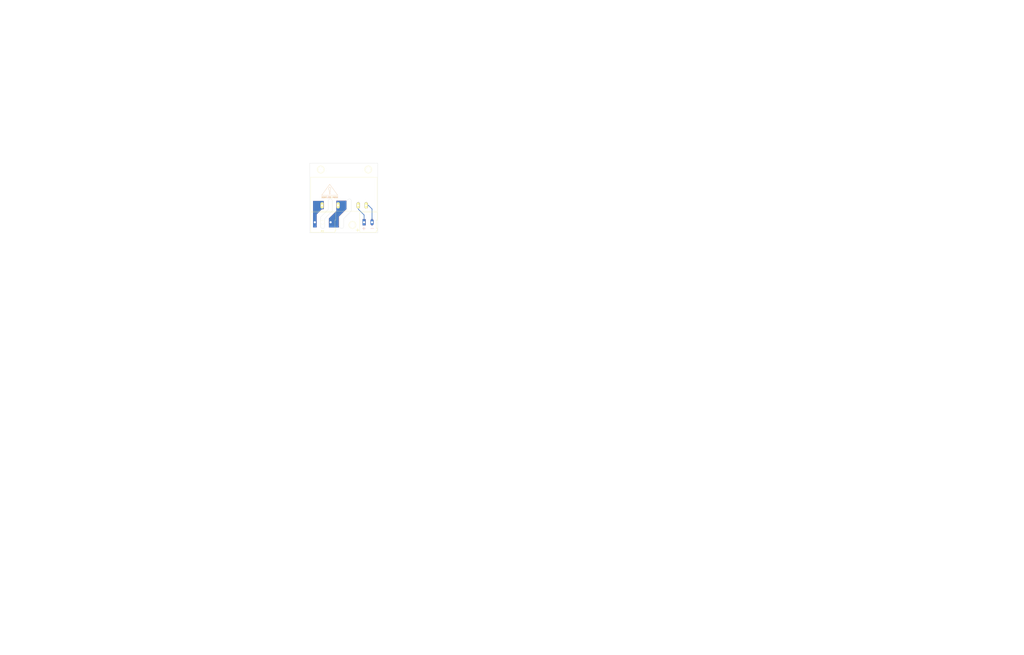
<source format=kicad_pcb>
(kicad_pcb (version 4) (host pcbnew 4.0.1-stable)

  (general
    (links 0)
    (no_connects 4)
    (area 195.949999 107.949999 239.050001 152.050001)
    (thickness 1.6)
    (drawings 33)
    (tracks 14)
    (zones 0)
    (modules 6)
    (nets 5)
  )

  (page User 659.003 430.403)
  (layers
    (0 Top signal)
    (31 Bottom signal)
    (34 B.Paste user)
    (35 F.Paste user)
    (36 B.SilkS user)
    (37 F.SilkS user)
    (38 B.Mask user)
    (39 F.Mask user)
    (40 Dwgs.User user)
    (41 Cmts.User user)
    (42 Eco1.User user)
    (43 Eco2.User user)
    (44 Edge.Cuts user)
    (45 Margin user)
  )

  (setup
    (last_trace_width 0.4064)
    (user_trace_width 0.2032)
    (user_trace_width 0.254)
    (user_trace_width 0.4064)
    (user_trace_width 0.6096)
    (user_trace_width 0.8128)
    (user_trace_width 1.016)
    (user_trace_width 1.2192)
    (user_trace_width 1.4224)
    (trace_clearance 0.1524)
    (zone_clearance 0.508)
    (zone_45_only no)
    (trace_min 0.1524)
    (segment_width 0.2)
    (edge_width 0.1)
    (via_size 0.6858)
    (via_drill 0.3302)
    (via_min_size 0.6858)
    (via_min_drill 0.3302)
    (user_via 0.8636 0.508)
    (user_via 0.9906 0.635)
    (user_via 1.1176 0.762)
    (user_via 1.2446 0.889)
    (user_via 1.3716 1.016)
    (user_via 1.4986 1.143)
    (user_via 1.6256 1.27)
    (user_via 1.7526 1.397)
    (uvia_size 0.762)
    (uvia_drill 0.508)
    (uvias_allowed no)
    (uvia_min_size 0)
    (uvia_min_drill 0)
    (pcb_text_width 0.3)
    (pcb_text_size 1.5 1.5)
    (mod_edge_width 0.15)
    (mod_text_size 1 1)
    (mod_text_width 0.15)
    (pad_size 3.2 3.2)
    (pad_drill 3.2)
    (pad_to_mask_clearance 0.2)
    (aux_axis_origin 0 0)
    (visible_elements 7FFFFFFF)
    (pcbplotparams
      (layerselection 0x00030_80000001)
      (usegerberextensions false)
      (excludeedgelayer true)
      (linewidth 0.100000)
      (plotframeref false)
      (viasonmask false)
      (mode 1)
      (useauxorigin false)
      (hpglpennumber 1)
      (hpglpenspeed 20)
      (hpglpendiameter 15)
      (hpglpenoverlay 2)
      (psnegative false)
      (psa4output false)
      (plotreference true)
      (plotvalue true)
      (plotinvisibletext false)
      (padsonsilk false)
      (subtractmaskfromsilk false)
      (outputformat 1)
      (mirror false)
      (drillshape 1)
      (scaleselection 1)
      (outputdirectory ""))
  )

  (net 0 "")
  (net 1 "Net-(P1-Pad1)")
  (net 2 "Net-(P1-Pad2)")
  (net 3 "Net-(P2-Pad1)")
  (net 4 "Net-(P2-Pad3)")

  (net_class Default "This is the default net class."
    (clearance 0.1524)
    (trace_width 0.1524)
    (via_dia 0.6858)
    (via_drill 0.3302)
    (uvia_dia 0.762)
    (uvia_drill 0.508)
    (add_net "Net-(P1-Pad1)")
    (add_net "Net-(P1-Pad2)")
    (add_net "Net-(P2-Pad1)")
    (add_net "Net-(P2-Pad3)")
  )

  (module Connect:AK300-3 (layer Top) (tedit 597A8F52) (tstamp 597A8C71)
    (at 199.216 145.288)
    (descr CONNECTOR)
    (tags CONNECTOR)
    (path /597A8B3C)
    (fp_text reference P2 (at 4.784 5.712) (layer F.SilkS)
      (effects (font (size 1 1) (thickness 0.15)))
    )
    (fp_text value CONN_01X03 (at 4.95 7.3) (layer F.Fab)
      (effects (font (size 1 1) (thickness 0.15)))
    )
    (fp_line (start -2.65 -6.3) (end -2.65 6.3) (layer F.SilkS) (width 0.12))
    (fp_line (start -2.65 6.3) (end 12.75 6.3) (layer F.SilkS) (width 0.12))
    (fp_line (start 12.75 6.3) (end 12.75 5.35) (layer F.SilkS) (width 0.12))
    (fp_line (start 12.75 5.35) (end 13.25 5.65) (layer F.SilkS) (width 0.12))
    (fp_line (start 13.25 5.65) (end 13.25 3.65) (layer F.SilkS) (width 0.12))
    (fp_line (start 13.25 3.65) (end 12.75 3.9) (layer F.SilkS) (width 0.12))
    (fp_line (start 12.75 3.9) (end 12.75 -1.5) (layer F.SilkS) (width 0.12))
    (fp_line (start 12.75 -1.5) (end 13.25 -1.25) (layer F.SilkS) (width 0.12))
    (fp_line (start 13.25 -1.25) (end 13.25 -6.3) (layer F.SilkS) (width 0.12))
    (fp_line (start 13.25 -6.3) (end -2.65 -6.3) (layer F.SilkS) (width 0.12))
    (fp_line (start 13.42 -6.47) (end -2.83 -6.47) (layer F.CrtYd) (width 0.05))
    (fp_line (start 13.42 6.47) (end 13.42 -6.47) (layer F.CrtYd) (width 0.05))
    (fp_line (start -2.83 6.47) (end 13.42 6.47) (layer F.CrtYd) (width 0.05))
    (fp_line (start -2.83 -6.47) (end -2.83 6.47) (layer F.CrtYd) (width 0.05))
    (fp_line (start 12.66 -0.65) (end -2.52 -0.65) (layer F.Fab) (width 0.1))
    (fp_line (start 8.02 3.99) (end 8.02 -0.26) (layer F.Fab) (width 0.1))
    (fp_line (start 12.09 6.21) (end 7.58 6.21) (layer F.Fab) (width 0.1))
    (fp_line (start 7.58 -3.19) (end 12.6 -3.19) (layer F.Fab) (width 0.1))
    (fp_line (start -2.58 -6.23) (end 12.66 -6.23) (layer F.Fab) (width 0.1))
    (fp_line (start 8.42 -0.26) (end 11.72 -0.26) (layer F.Fab) (width 0.1))
    (fp_line (start 8.04 -0.26) (end 8.42 -0.26) (layer F.Fab) (width 0.1))
    (fp_line (start 12.1 -0.26) (end 11.72 -0.26) (layer F.Fab) (width 0.1))
    (fp_line (start 8.57 -4.33) (end 11.62 -4.96) (layer F.Fab) (width 0.1))
    (fp_line (start 8.44 -4.46) (end 11.49 -5.09) (layer F.Fab) (width 0.1))
    (fp_line (start 12.1 -3.44) (end 8.04 -3.44) (layer F.Fab) (width 0.1))
    (fp_line (start 12.1 -5.98) (end 12.1 -3.44) (layer F.Fab) (width 0.1))
    (fp_line (start 8.04 -5.98) (end 12.1 -5.98) (layer F.Fab) (width 0.1))
    (fp_line (start 8.04 -3.44) (end 8.04 -5.98) (layer F.Fab) (width 0.1))
    (fp_line (start 12.66 -3.19) (end 12.66 -1.66) (layer F.Fab) (width 0.1))
    (fp_line (start 12.66 -0.65) (end 12.66 4.05) (layer F.Fab) (width 0.1))
    (fp_line (start 12.66 -1.66) (end 12.66 -0.65) (layer F.Fab) (width 0.1))
    (fp_line (start 11.72 0.5) (end 11.34 0.5) (layer F.Fab) (width 0.1))
    (fp_line (start 8.42 0.5) (end 8.8 0.5) (layer F.Fab) (width 0.1))
    (fp_line (start 8.42 3.67) (end 8.42 0.5) (layer F.Fab) (width 0.1))
    (fp_line (start 11.72 3.67) (end 8.42 3.67) (layer F.Fab) (width 0.1))
    (fp_line (start 11.72 3.67) (end 11.72 0.5) (layer F.Fab) (width 0.1))
    (fp_line (start 12.1 4.31) (end 12.1 6.21) (layer F.Fab) (width 0.1))
    (fp_line (start 8.04 4.31) (end 12.1 4.31) (layer F.Fab) (width 0.1))
    (fp_line (start 12.1 6.21) (end 12.66 6.21) (layer F.Fab) (width 0.1))
    (fp_line (start 12.1 -0.26) (end 12.1 4.31) (layer F.Fab) (width 0.1))
    (fp_line (start 8.04 6.21) (end 8.04 4.31) (layer F.Fab) (width 0.1))
    (fp_line (start 13.17 3.8) (end 13.17 5.45) (layer F.Fab) (width 0.1))
    (fp_line (start 12.66 4.05) (end 12.66 5.2) (layer F.Fab) (width 0.1))
    (fp_line (start 13.17 3.8) (end 12.66 4.05) (layer F.Fab) (width 0.1))
    (fp_line (start 12.66 5.2) (end 12.66 6.21) (layer F.Fab) (width 0.1))
    (fp_line (start 13.17 5.45) (end 12.66 5.2) (layer F.Fab) (width 0.1))
    (fp_line (start 13.17 -1.41) (end 12.66 -1.66) (layer F.Fab) (width 0.1))
    (fp_line (start 13.17 -6.23) (end 13.17 -1.41) (layer F.Fab) (width 0.1))
    (fp_line (start 12.66 -6.23) (end 13.17 -6.23) (layer F.Fab) (width 0.1))
    (fp_line (start 12.66 -6.23) (end 12.66 -3.19) (layer F.Fab) (width 0.1))
    (fp_line (start 8.8 2.53) (end 8.8 -0.26) (layer F.Fab) (width 0.1))
    (fp_line (start 8.8 -0.26) (end 11.34 -0.26) (layer F.Fab) (width 0.1))
    (fp_line (start 11.34 2.53) (end 11.34 -0.26) (layer F.Fab) (width 0.1))
    (fp_line (start 8.8 2.53) (end 11.34 2.53) (layer F.Fab) (width 0.1))
    (fp_line (start -1.28 2.53) (end 1.26 2.53) (layer F.Fab) (width 0.1))
    (fp_line (start 1.26 2.53) (end 1.26 -0.26) (layer F.Fab) (width 0.1))
    (fp_line (start -1.28 -0.26) (end 1.26 -0.26) (layer F.Fab) (width 0.1))
    (fp_line (start -1.28 2.53) (end -1.28 -0.26) (layer F.Fab) (width 0.1))
    (fp_line (start 3.72 2.53) (end 6.26 2.53) (layer F.Fab) (width 0.1))
    (fp_line (start 6.26 2.53) (end 6.26 -0.26) (layer F.Fab) (width 0.1))
    (fp_line (start 3.72 -0.26) (end 6.26 -0.26) (layer F.Fab) (width 0.1))
    (fp_line (start 3.72 2.53) (end 3.72 -0.26) (layer F.Fab) (width 0.1))
    (fp_line (start 8.02 5.2) (end 8.02 6.21) (layer F.Fab) (width 0.1))
    (fp_line (start 8.02 4.05) (end 8.02 5.2) (layer F.Fab) (width 0.1))
    (fp_line (start 2.96 6.21) (end 2.96 4.31) (layer F.Fab) (width 0.1))
    (fp_line (start 7.02 -0.26) (end 7.02 4.31) (layer F.Fab) (width 0.1))
    (fp_line (start 2.96 6.21) (end 7.02 6.21) (layer F.Fab) (width 0.1))
    (fp_line (start 7.02 6.21) (end 7.58 6.21) (layer F.Fab) (width 0.1))
    (fp_line (start 2.02 6.21) (end 2.02 4.31) (layer F.Fab) (width 0.1))
    (fp_line (start 2.02 6.21) (end 2.96 6.21) (layer F.Fab) (width 0.1))
    (fp_line (start -2.05 -0.26) (end -2.05 4.31) (layer F.Fab) (width 0.1))
    (fp_line (start -2.58 6.21) (end -2.05 6.21) (layer F.Fab) (width 0.1))
    (fp_line (start -2.05 6.21) (end 2.02 6.21) (layer F.Fab) (width 0.1))
    (fp_line (start 2.96 4.31) (end 7.02 4.31) (layer F.Fab) (width 0.1))
    (fp_line (start 2.96 4.31) (end 2.96 -0.26) (layer F.Fab) (width 0.1))
    (fp_line (start 7.02 4.31) (end 7.02 6.21) (layer F.Fab) (width 0.1))
    (fp_line (start 2.02 4.31) (end -2.05 4.31) (layer F.Fab) (width 0.1))
    (fp_line (start 2.02 4.31) (end 2.02 -0.26) (layer F.Fab) (width 0.1))
    (fp_line (start -2.05 4.31) (end -2.05 6.21) (layer F.Fab) (width 0.1))
    (fp_line (start 6.64 3.67) (end 6.64 0.5) (layer F.Fab) (width 0.1))
    (fp_line (start 6.64 3.67) (end 3.34 3.67) (layer F.Fab) (width 0.1))
    (fp_line (start 3.34 3.67) (end 3.34 0.5) (layer F.Fab) (width 0.1))
    (fp_line (start 1.64 3.67) (end 1.64 0.5) (layer F.Fab) (width 0.1))
    (fp_line (start 1.64 3.67) (end -1.67 3.67) (layer F.Fab) (width 0.1))
    (fp_line (start -1.67 3.67) (end -1.67 0.5) (layer F.Fab) (width 0.1))
    (fp_line (start -1.67 0.5) (end -1.28 0.5) (layer F.Fab) (width 0.1))
    (fp_line (start 1.64 0.5) (end 1.26 0.5) (layer F.Fab) (width 0.1))
    (fp_line (start 3.34 0.5) (end 3.72 0.5) (layer F.Fab) (width 0.1))
    (fp_line (start 6.64 0.5) (end 6.26 0.5) (layer F.Fab) (width 0.1))
    (fp_line (start -2.58 6.21) (end -2.58 -0.65) (layer F.Fab) (width 0.1))
    (fp_line (start -2.58 -0.65) (end -2.58 -3.19) (layer F.Fab) (width 0.1))
    (fp_line (start -2.58 -3.19) (end 7.58 -3.19) (layer F.Fab) (width 0.1))
    (fp_line (start -2.58 -3.19) (end -2.58 -6.23) (layer F.Fab) (width 0.1))
    (fp_line (start 2.96 -3.44) (end 2.96 -5.98) (layer F.Fab) (width 0.1))
    (fp_line (start 2.96 -5.98) (end 7.02 -5.98) (layer F.Fab) (width 0.1))
    (fp_line (start 7.02 -5.98) (end 7.02 -3.44) (layer F.Fab) (width 0.1))
    (fp_line (start 7.02 -3.44) (end 2.96 -3.44) (layer F.Fab) (width 0.1))
    (fp_line (start 2.02 -3.44) (end 2.02 -5.98) (layer F.Fab) (width 0.1))
    (fp_line (start 2.02 -3.44) (end -2.05 -3.44) (layer F.Fab) (width 0.1))
    (fp_line (start -2.05 -3.44) (end -2.05 -5.98) (layer F.Fab) (width 0.1))
    (fp_line (start 2.02 -5.98) (end -2.05 -5.98) (layer F.Fab) (width 0.1))
    (fp_line (start 3.36 -4.46) (end 6.41 -5.09) (layer F.Fab) (width 0.1))
    (fp_line (start 3.49 -4.33) (end 6.54 -4.96) (layer F.Fab) (width 0.1))
    (fp_line (start -1.64 -4.46) (end 1.41 -5.09) (layer F.Fab) (width 0.1))
    (fp_line (start -1.51 -4.33) (end 1.53 -4.96) (layer F.Fab) (width 0.1))
    (fp_line (start -2.05 -0.26) (end -1.67 -0.26) (layer F.Fab) (width 0.1))
    (fp_line (start 2.02 -0.26) (end 1.64 -0.26) (layer F.Fab) (width 0.1))
    (fp_line (start 1.64 -0.26) (end -1.67 -0.26) (layer F.Fab) (width 0.1))
    (fp_line (start 7.02 -0.26) (end 6.64 -0.26) (layer F.Fab) (width 0.1))
    (fp_line (start 2.96 -0.26) (end 3.34 -0.26) (layer F.Fab) (width 0.1))
    (fp_line (start 3.34 -0.26) (end 6.64 -0.26) (layer F.Fab) (width 0.1))
    (fp_arc (start 8.93 -4.66) (end 8.64 -4.14) (angle 104.2) (layer F.Fab) (width 0.1))
    (fp_arc (start 10.04 -3.72) (end 8.44 -5.01) (angle 100) (layer F.Fab) (width 0.1))
    (fp_arc (start 10.12 -6.08) (end 11.58 -4.13) (angle 75.5) (layer F.Fab) (width 0.1))
    (fp_arc (start 11.09 -4.6) (end 11.59 -5.06) (angle 90.5) (layer F.Fab) (width 0.1))
    (fp_arc (start 6.01 -4.6) (end 6.51 -5.06) (angle 90.5) (layer F.Fab) (width 0.1))
    (fp_arc (start 5.04 -6.08) (end 6.5 -4.13) (angle 75.5) (layer F.Fab) (width 0.1))
    (fp_arc (start 4.96 -3.72) (end 3.36 -5.01) (angle 100) (layer F.Fab) (width 0.1))
    (fp_arc (start 3.85 -4.66) (end 3.56 -4.14) (angle 104.2) (layer F.Fab) (width 0.1))
    (fp_arc (start 1 -4.6) (end 1.51 -5.06) (angle 90.5) (layer F.Fab) (width 0.1))
    (fp_arc (start 0.04 -6.08) (end 1.5 -4.13) (angle 75.5) (layer F.Fab) (width 0.1))
    (fp_arc (start -0.04 -3.72) (end -1.64 -5.01) (angle 100) (layer F.Fab) (width 0.1))
    (fp_arc (start -1.16 -4.66) (end -1.44 -4.14) (angle 104.2) (layer F.Fab) (width 0.1))
    (pad 1 thru_hole rect (at 0 0) (size 1.98 3.96) (drill 1.32) (layers *.Cu *.Mask F.Paste)
      (net 3 "Net-(P2-Pad1)"))
    (pad "" np_thru_hole circle (at 5 0) (size 2.54 2.54) (drill 2.54) (layers *.Cu *.Mask F.SilkS))
    (pad 3 thru_hole oval (at 10 0) (size 1.98 3.96) (drill 1.32) (layers *.Cu *.Mask F.Paste)
      (net 4 "Net-(P2-Pad3)"))
  )

  (module Connect:AK300-2 (layer Top) (tedit 597A9012) (tstamp 597A8B95)
    (at 230.378 145.288)
    (descr CONNECTOR)
    (tags CONNECTOR)
    (path /597A87EF)
    (fp_text reference P1 (at -3.683 -5.588) (layer F.SilkS) hide
      (effects (font (size 1 1) (thickness 0.15)))
    )
    (fp_text value CONN_01X02 (at 2.78 7.75) (layer F.Fab)
      (effects (font (size 1 1) (thickness 0.15)))
    )
    (fp_line (start -2.65 -6.3) (end -2.65 6.3) (layer F.SilkS) (width 0.12))
    (fp_line (start -2.65 6.3) (end 7.7 6.3) (layer F.SilkS) (width 0.12))
    (fp_line (start 7.7 6.3) (end 7.7 5.35) (layer F.SilkS) (width 0.12))
    (fp_line (start 7.7 5.35) (end 8.2 5.6) (layer F.SilkS) (width 0.12))
    (fp_line (start 8.2 5.6) (end 8.2 3.7) (layer F.SilkS) (width 0.12))
    (fp_line (start 8.2 3.7) (end 8.2 3.65) (layer F.SilkS) (width 0.12))
    (fp_line (start 8.2 3.65) (end 7.7 3.9) (layer F.SilkS) (width 0.12))
    (fp_line (start 7.7 3.9) (end 7.7 -1.5) (layer F.SilkS) (width 0.12))
    (fp_line (start 7.7 -1.5) (end 8.2 -1.2) (layer F.SilkS) (width 0.12))
    (fp_line (start 8.2 -1.2) (end 8.2 -6.3) (layer F.SilkS) (width 0.12))
    (fp_line (start 8.2 -6.3) (end -2.65 -6.3) (layer F.SilkS) (width 0.12))
    (fp_line (start 8.36 -6.47) (end -2.83 -6.47) (layer F.CrtYd) (width 0.05))
    (fp_line (start 8.36 6.47) (end 8.36 -6.47) (layer F.CrtYd) (width 0.05))
    (fp_line (start -2.83 6.47) (end 8.36 6.47) (layer F.CrtYd) (width 0.05))
    (fp_line (start -2.83 -6.47) (end -2.83 6.47) (layer F.CrtYd) (width 0.05))
    (fp_line (start -1.26 2.54) (end 1.28 2.54) (layer F.Fab) (width 0.1))
    (fp_line (start 1.28 2.54) (end 1.28 -0.25) (layer F.Fab) (width 0.1))
    (fp_line (start -1.26 -0.25) (end 1.28 -0.25) (layer F.Fab) (width 0.1))
    (fp_line (start -1.26 2.54) (end -1.26 -0.25) (layer F.Fab) (width 0.1))
    (fp_line (start 3.74 2.54) (end 6.28 2.54) (layer F.Fab) (width 0.1))
    (fp_line (start 6.28 2.54) (end 6.28 -0.25) (layer F.Fab) (width 0.1))
    (fp_line (start 3.74 -0.25) (end 6.28 -0.25) (layer F.Fab) (width 0.1))
    (fp_line (start 3.74 2.54) (end 3.74 -0.25) (layer F.Fab) (width 0.1))
    (fp_line (start 7.61 -6.22) (end 7.61 -3.17) (layer F.Fab) (width 0.1))
    (fp_line (start 7.61 -6.22) (end -2.58 -6.22) (layer F.Fab) (width 0.1))
    (fp_line (start 7.61 -6.22) (end 8.11 -6.22) (layer F.Fab) (width 0.1))
    (fp_line (start 8.11 -6.22) (end 8.11 -1.4) (layer F.Fab) (width 0.1))
    (fp_line (start 8.11 -1.4) (end 7.61 -1.65) (layer F.Fab) (width 0.1))
    (fp_line (start 8.11 5.46) (end 7.61 5.21) (layer F.Fab) (width 0.1))
    (fp_line (start 7.61 5.21) (end 7.61 6.22) (layer F.Fab) (width 0.1))
    (fp_line (start 8.11 3.81) (end 7.61 4.06) (layer F.Fab) (width 0.1))
    (fp_line (start 7.61 4.06) (end 7.61 5.21) (layer F.Fab) (width 0.1))
    (fp_line (start 8.11 3.81) (end 8.11 5.46) (layer F.Fab) (width 0.1))
    (fp_line (start 2.98 6.22) (end 2.98 4.32) (layer F.Fab) (width 0.1))
    (fp_line (start 7.05 -0.25) (end 7.05 4.32) (layer F.Fab) (width 0.1))
    (fp_line (start 2.98 6.22) (end 7.05 6.22) (layer F.Fab) (width 0.1))
    (fp_line (start 7.05 6.22) (end 7.61 6.22) (layer F.Fab) (width 0.1))
    (fp_line (start 2.04 6.22) (end 2.04 4.32) (layer F.Fab) (width 0.1))
    (fp_line (start 2.04 6.22) (end 2.98 6.22) (layer F.Fab) (width 0.1))
    (fp_line (start -2.02 -0.25) (end -2.02 4.32) (layer F.Fab) (width 0.1))
    (fp_line (start -2.58 6.22) (end -2.02 6.22) (layer F.Fab) (width 0.1))
    (fp_line (start -2.02 6.22) (end 2.04 6.22) (layer F.Fab) (width 0.1))
    (fp_line (start 2.98 4.32) (end 7.05 4.32) (layer F.Fab) (width 0.1))
    (fp_line (start 2.98 4.32) (end 2.98 -0.25) (layer F.Fab) (width 0.1))
    (fp_line (start 7.05 4.32) (end 7.05 6.22) (layer F.Fab) (width 0.1))
    (fp_line (start 2.04 4.32) (end -2.02 4.32) (layer F.Fab) (width 0.1))
    (fp_line (start 2.04 4.32) (end 2.04 -0.25) (layer F.Fab) (width 0.1))
    (fp_line (start -2.02 4.32) (end -2.02 6.22) (layer F.Fab) (width 0.1))
    (fp_line (start 6.67 3.68) (end 6.67 0.51) (layer F.Fab) (width 0.1))
    (fp_line (start 6.67 3.68) (end 3.36 3.68) (layer F.Fab) (width 0.1))
    (fp_line (start 3.36 3.68) (end 3.36 0.51) (layer F.Fab) (width 0.1))
    (fp_line (start 1.66 3.68) (end 1.66 0.51) (layer F.Fab) (width 0.1))
    (fp_line (start 1.66 3.68) (end -1.64 3.68) (layer F.Fab) (width 0.1))
    (fp_line (start -1.64 3.68) (end -1.64 0.51) (layer F.Fab) (width 0.1))
    (fp_line (start -1.64 0.51) (end -1.26 0.51) (layer F.Fab) (width 0.1))
    (fp_line (start 1.66 0.51) (end 1.28 0.51) (layer F.Fab) (width 0.1))
    (fp_line (start 3.36 0.51) (end 3.74 0.51) (layer F.Fab) (width 0.1))
    (fp_line (start 6.67 0.51) (end 6.28 0.51) (layer F.Fab) (width 0.1))
    (fp_line (start -2.58 6.22) (end -2.58 -0.64) (layer F.Fab) (width 0.1))
    (fp_line (start -2.58 -0.64) (end -2.58 -3.17) (layer F.Fab) (width 0.1))
    (fp_line (start 7.61 -1.65) (end 7.61 -0.64) (layer F.Fab) (width 0.1))
    (fp_line (start 7.61 -0.64) (end 7.61 4.06) (layer F.Fab) (width 0.1))
    (fp_line (start -2.58 -3.17) (end 7.61 -3.17) (layer F.Fab) (width 0.1))
    (fp_line (start -2.58 -3.17) (end -2.58 -6.22) (layer F.Fab) (width 0.1))
    (fp_line (start 7.61 -3.17) (end 7.61 -1.65) (layer F.Fab) (width 0.1))
    (fp_line (start 2.98 -3.43) (end 2.98 -5.97) (layer F.Fab) (width 0.1))
    (fp_line (start 2.98 -5.97) (end 7.05 -5.97) (layer F.Fab) (width 0.1))
    (fp_line (start 7.05 -5.97) (end 7.05 -3.43) (layer F.Fab) (width 0.1))
    (fp_line (start 7.05 -3.43) (end 2.98 -3.43) (layer F.Fab) (width 0.1))
    (fp_line (start 2.04 -3.43) (end 2.04 -5.97) (layer F.Fab) (width 0.1))
    (fp_line (start 2.04 -3.43) (end -2.02 -3.43) (layer F.Fab) (width 0.1))
    (fp_line (start -2.02 -3.43) (end -2.02 -5.97) (layer F.Fab) (width 0.1))
    (fp_line (start 2.04 -5.97) (end -2.02 -5.97) (layer F.Fab) (width 0.1))
    (fp_line (start 3.39 -4.45) (end 6.44 -5.08) (layer F.Fab) (width 0.1))
    (fp_line (start 3.52 -4.32) (end 6.56 -4.95) (layer F.Fab) (width 0.1))
    (fp_line (start -1.62 -4.45) (end 1.44 -5.08) (layer F.Fab) (width 0.1))
    (fp_line (start -1.49 -4.32) (end 1.56 -4.95) (layer F.Fab) (width 0.1))
    (fp_line (start -2.02 -0.25) (end -1.64 -0.25) (layer F.Fab) (width 0.1))
    (fp_line (start 2.04 -0.25) (end 1.66 -0.25) (layer F.Fab) (width 0.1))
    (fp_line (start 1.66 -0.25) (end -1.64 -0.25) (layer F.Fab) (width 0.1))
    (fp_line (start -2.58 -0.64) (end -1.64 -0.64) (layer F.Fab) (width 0.1))
    (fp_line (start -1.64 -0.64) (end 1.66 -0.64) (layer F.Fab) (width 0.1))
    (fp_line (start 1.66 -0.64) (end 3.36 -0.64) (layer F.Fab) (width 0.1))
    (fp_line (start 7.61 -0.64) (end 6.67 -0.64) (layer F.Fab) (width 0.1))
    (fp_line (start 6.67 -0.64) (end 3.36 -0.64) (layer F.Fab) (width 0.1))
    (fp_line (start 7.05 -0.25) (end 6.67 -0.25) (layer F.Fab) (width 0.1))
    (fp_line (start 2.98 -0.25) (end 3.36 -0.25) (layer F.Fab) (width 0.1))
    (fp_line (start 3.36 -0.25) (end 6.67 -0.25) (layer F.Fab) (width 0.1))
    (fp_arc (start 6.03 -4.59) (end 6.54 -5.05) (angle 90.5) (layer F.Fab) (width 0.1))
    (fp_arc (start 5.07 -6.07) (end 6.53 -4.12) (angle 75.5) (layer F.Fab) (width 0.1))
    (fp_arc (start 4.99 -3.71) (end 3.39 -5) (angle 100) (layer F.Fab) (width 0.1))
    (fp_arc (start 3.87 -4.65) (end 3.58 -4.13) (angle 104.2) (layer F.Fab) (width 0.1))
    (fp_arc (start 1.03 -4.59) (end 1.53 -5.05) (angle 90.5) (layer F.Fab) (width 0.1))
    (fp_arc (start 0.06 -6.07) (end 1.53 -4.12) (angle 75.5) (layer F.Fab) (width 0.1))
    (fp_arc (start -0.01 -3.71) (end -1.62 -5) (angle 100) (layer F.Fab) (width 0.1))
    (fp_arc (start -1.13 -4.65) (end -1.42 -4.13) (angle 104.2) (layer F.Fab) (width 0.1))
    (pad 1 thru_hole rect (at 0 0) (size 1.98 3.96) (drill 1.32) (layers *.Cu *.Mask F.Paste)
      (net 1 "Net-(P1-Pad1)"))
    (pad 2 thru_hole oval (at 5 0) (size 1.98 3.96) (drill 1.32) (layers *.Cu *.Mask F.Paste)
      (net 2 "Net-(P1-Pad2)"))
  )

  (module Connect:1pin (layer Top) (tedit 597A8F8C) (tstamp 597A8ECC)
    (at 233 112)
    (descr "module 1 pin (ou trou mecanique de percage)")
    (tags DEV)
    (fp_text reference REF** (at 0 -3.048) (layer F.SilkS) hide
      (effects (font (size 1 1) (thickness 0.15)))
    )
    (fp_text value 1pin (at 0 3) (layer F.Fab)
      (effects (font (size 1 1) (thickness 0.15)))
    )
    (fp_circle (center 0 0) (end 2 0.8) (layer F.Fab) (width 0.1))
    (fp_circle (center 0 0) (end 2.6 0) (layer F.CrtYd) (width 0.05))
    (fp_circle (center 0 0) (end 0 -2.286) (layer F.SilkS) (width 0.12))
    (pad "" np_thru_hole circle (at 0 0) (size 3.2 3.2) (drill 3.2) (layers *.Cu *.Mask F.SilkS))
  )

  (module Connect:1pin (layer Top) (tedit 597A8F8A) (tstamp 597A8EC5)
    (at 203 112)
    (descr "module 1 pin (ou trou mecanique de percage)")
    (tags DEV)
    (fp_text reference REF** (at 0 -3.048) (layer F.SilkS) hide
      (effects (font (size 1 1) (thickness 0.15)))
    )
    (fp_text value 1pin (at 0 3) (layer F.Fab)
      (effects (font (size 1 1) (thickness 0.15)))
    )
    (fp_circle (center 0 0) (end 2 0.8) (layer F.Fab) (width 0.1))
    (fp_circle (center 0 0) (end 2.6 0) (layer F.CrtYd) (width 0.05))
    (fp_circle (center 0 0) (end 0 -2.286) (layer F.SilkS) (width 0.12))
    (pad "" np_thru_hole circle (at 0 0) (size 3.2 3.2) (drill 3.2) (layers *.Cu *.Mask F.SilkS))
  )

  (module SSR:Crydom-PF (layer Top) (tedit 597A9014) (tstamp 597A8BB9)
    (at 217.545 134.62)
    (path /597A8459)
    (fp_text reference U1 (at 18.415 5.08) (layer F.SilkS) hide
      (effects (font (size 1 1) (thickness 0.15)))
    )
    (fp_text value Crydom_PF_SSR (at -16.51 5.08) (layer F.Fab)
      (effects (font (size 1 1) (thickness 0.15)))
    )
    (fp_text user "HIGH VOLTAGE" (at -8.89 -5.08) (layer F.SilkS)
      (effects (font (size 1 1) (thickness 0.15)))
    )
    (fp_line (start -8.636 -8.509) (end -8.255 -10.795) (layer F.SilkS) (width 0.1))
    (fp_line (start -9.525 -10.795) (end -9.144 -8.509) (layer F.SilkS) (width 0.1))
    (fp_arc (start -8.89 -8.509) (end -8.636 -8.509) (angle 180) (layer F.SilkS) (width 0.1))
    (fp_circle (center -8.89 -7.493) (end -9.271 -7.493) (layer F.SilkS) (width 0.1))
    (fp_arc (start -8.89 -10.795) (end -9.525 -10.795) (angle 180) (layer F.SilkS) (width 0.1))
    (fp_line (start -8.89 -13.335) (end -13.97 -6.35) (layer F.SilkS) (width 0.1))
    (fp_line (start -3.81 -6.35) (end -8.89 -13.335) (layer F.SilkS) (width 0.1))
    (fp_line (start -13.97 -6.35) (end -3.81 -6.35) (layer F.SilkS) (width 0.1))
    (fp_line (start -21 -17.8) (end -21 3.7) (layer F.SilkS) (width 0.1))
    (fp_line (start 21 -17.8) (end -21 -17.8) (layer F.SilkS) (width 0.1))
    (fp_line (start 21 3.7) (end 21 -17.8) (layer F.SilkS) (width 0.1))
    (fp_line (start -21 3.7) (end 21 3.7) (layer F.SilkS) (width 0.1))
    (fp_line (start -8.89 -13.335) (end -13.97 -6.35) (layer B.SilkS) (width 0.1))
    (fp_line (start -13.97 -6.35) (end -3.81 -6.35) (layer B.SilkS) (width 0.1))
    (fp_line (start -3.81 -6.35) (end -8.89 -13.335) (layer B.SilkS) (width 0.1))
    (fp_text user "HIGH VOLTAGE" (at -8.89 -5.08) (layer B.SilkS)
      (effects (font (size 1 1) (thickness 0.15)) (justify mirror))
    )
    (fp_arc (start -8.89 -8.509) (end -8.636 -8.509) (angle 180) (layer B.SilkS) (width 0.1))
    (fp_line (start -8.636 -8.509) (end -8.255 -10.795) (layer B.SilkS) (width 0.1))
    (fp_circle (center -8.89 -7.493) (end -9.271 -7.493) (layer B.SilkS) (width 0.1))
    (fp_arc (start -8.89 -10.795) (end -9.525 -10.795) (angle 180) (layer B.SilkS) (width 0.1))
    (fp_line (start -9.525 -10.795) (end -9.144 -8.509) (layer B.SilkS) (width 0.1))
    (pad 1 thru_hole oval (at -13.75 0) (size 2 4) (drill 1.3) (layers *.Cu *.Mask F.SilkS)
      (net 3 "Net-(P2-Pad1)"))
    (pad 2 thru_hole oval (at -3.55 0) (size 2 4) (drill 1.3) (layers *.Cu *.Mask F.SilkS)
      (net 4 "Net-(P2-Pad3)"))
    (pad 3 thru_hole oval (at 9.15 0) (size 2 4) (drill 1.3) (layers *.Cu *.Mask F.SilkS)
      (net 1 "Net-(P1-Pad1)"))
    (pad 4 thru_hole oval (at 14.15 0) (size 2 4) (drill 1.3) (layers *.Cu *.Mask F.SilkS)
      (net 2 "Net-(P1-Pad2)"))
  )

  (module Connect:1pin (layer Top) (tedit 597A8F87) (tstamp 597A8CBA)
    (at 223 147)
    (descr "module 1 pin (ou trou mecanique de percage)")
    (tags DEV)
    (fp_text reference REF** (at 0 -3.048) (layer F.SilkS) hide
      (effects (font (size 1 1) (thickness 0.15)))
    )
    (fp_text value 1pin (at 0 3) (layer F.Fab)
      (effects (font (size 1 1) (thickness 0.15)))
    )
    (fp_circle (center 0 0) (end 2 0.8) (layer F.Fab) (width 0.1))
    (fp_circle (center 0 0) (end 2.6 0) (layer F.CrtYd) (width 0.05))
    (fp_circle (center 0 0) (end 0 -2.286) (layer F.SilkS) (width 0.12))
    (pad "" np_thru_hole circle (at 0 0) (size 3.2 3.2) (drill 3.2) (layers *.Cu *.Mask F.SilkS))
  )

  (gr_line (start 225.298 150.241) (end 227.33 150.241) (layer F.SilkS) (width 0.2) (tstamp 597A8FF0))
  (gr_line (start 226.314 151.257) (end 226.314 149.225) (layer F.SilkS) (width 0.2) (tstamp 597A8FEF))
  (gr_line (start 234.442 149.225) (end 236.474 149.225) (layer B.SilkS) (width 0.2) (tstamp 597A8FDB))
  (gr_line (start 230.251 150.241) (end 230.251 148.209) (layer B.SilkS) (width 0.2) (tstamp 597A8FD2))
  (gr_line (start 229.235 149.225) (end 231.267 149.225) (layer B.SilkS) (width 0.2))
  (gr_circle (center 223 147) (end 226 147) (layer Dwgs.User) (width 0.2))
  (gr_circle (center 203 112) (end 200 112) (layer Dwgs.User) (width 0.2))
  (gr_circle (center 233 112) (end 236 112) (layer Dwgs.User) (width 0.2))
  (gr_arc (start 204.2175 147.955) (end 205.4875 147.955) (angle 180) (layer Edge.Cuts) (width 0.1) (tstamp 597A8DE0))
  (gr_line (start 202.9475 147.955) (end 202.9475 141.986) (layer Edge.Cuts) (width 0.1) (tstamp 597A8DDF))
  (gr_line (start 207.7735 137.16) (end 207.7735 131.826) (layer Edge.Cuts) (width 0.1) (tstamp 597A8DDE))
  (gr_line (start 207.7735 137.16) (end 202.9475 141.986) (layer Edge.Cuts) (width 0.1) (tstamp 597A8DDD))
  (gr_line (start 205.4875 143.002) (end 205.4875 147.955) (layer Edge.Cuts) (width 0.1) (tstamp 597A8DDC))
  (gr_line (start 210.3135 131.826) (end 210.3135 138.176) (layer Edge.Cuts) (width 0.1) (tstamp 597A8DDB))
  (gr_line (start 205.4875 143.002) (end 210.3135 138.176) (layer Edge.Cuts) (width 0.1) (tstamp 597A8DDA))
  (gr_arc (start 209.0435 131.826) (end 207.7735 131.826) (angle 180) (layer Edge.Cuts) (width 0.1) (tstamp 597A8DD9))
  (gr_line (start 219.7735 137.16) (end 219.7735 131.826) (layer Edge.Cuts) (width 0.1))
  (gr_line (start 214.9475 147.955) (end 214.9475 141.986) (layer Edge.Cuts) (width 0.1))
  (gr_line (start 219.7735 137.16) (end 214.9475 141.986) (layer Edge.Cuts) (width 0.1))
  (gr_line (start 217.4875 143.002) (end 217.4875 147.955) (layer Edge.Cuts) (width 0.1))
  (gr_line (start 217.4875 143.002) (end 222.3135 138.176) (layer Edge.Cuts) (width 0.1))
  (gr_line (start 222.3135 131.826) (end 222.3135 138.176) (layer Edge.Cuts) (width 0.1))
  (gr_arc (start 221.0435 131.826) (end 219.7735 131.826) (angle 180) (layer Edge.Cuts) (width 0.1))
  (gr_arc (start 216.2175 147.955) (end 217.4875 147.955) (angle 180) (layer Edge.Cuts) (width 0.1))
  (gr_line (start 239 152) (end 196 152) (layer Edge.Cuts) (width 0.1))
  (gr_line (start 239 108) (end 239 152) (layer Edge.Cuts) (width 0.1))
  (gr_line (start 196 108) (end 239 108) (layer Edge.Cuts) (width 0.1))
  (gr_line (start 196 152) (end 196 108) (layer Edge.Cuts) (width 0.1))
  (dimension 10 (width 0.3) (layer Dwgs.User)
    (gr_text "10,000 mm" (at 228 101.65) (layer Dwgs.User)
      (effects (font (size 1.5 1.5) (thickness 0.3)))
    )
    (feature1 (pts (xy 233 122) (xy 233 100.3)))
    (feature2 (pts (xy 223 122) (xy 223 100.3)))
    (crossbar (pts (xy 223 103) (xy 233 103)))
    (arrow1a (pts (xy 233 103) (xy 231.873496 103.586421)))
    (arrow1b (pts (xy 233 103) (xy 231.873496 102.413579)))
    (arrow2a (pts (xy 223 103) (xy 224.126504 103.586421)))
    (arrow2b (pts (xy 223 103) (xy 224.126504 102.413579)))
  )
  (dimension 20 (width 0.3) (layer Dwgs.User)
    (gr_text "20,000 mm" (at 213 101.65) (layer Dwgs.User)
      (effects (font (size 1.5 1.5) (thickness 0.3)))
    )
    (feature1 (pts (xy 203 122) (xy 203 100.3)))
    (feature2 (pts (xy 223 122) (xy 223 100.3)))
    (crossbar (pts (xy 223 103) (xy 203 103)))
    (arrow1a (pts (xy 203 103) (xy 204.126504 102.413579)))
    (arrow1b (pts (xy 203 103) (xy 204.126504 103.586421)))
    (arrow2a (pts (xy 223 103) (xy 221.873496 102.413579)))
    (arrow2b (pts (xy 223 103) (xy 221.873496 103.586421)))
  )
  (dimension 35 (width 0.3) (layer Dwgs.User)
    (gr_text "35,000 mm" (at 188.65 129.5 270) (layer Dwgs.User)
      (effects (font (size 1.5 1.5) (thickness 0.3)))
    )
    (feature1 (pts (xy 233 147) (xy 187.3 147)))
    (feature2 (pts (xy 233 112) (xy 187.3 112)))
    (crossbar (pts (xy 190 112) (xy 190 147)))
    (arrow1a (pts (xy 190 147) (xy 189.413579 145.873496)))
    (arrow1b (pts (xy 190 147) (xy 190.586421 145.873496)))
    (arrow2a (pts (xy 190 112) (xy 189.413579 113.126504)))
    (arrow2b (pts (xy 190 112) (xy 190.586421 113.126504)))
  )
  (dimension 406.4 (width 0.3) (layer Dwgs.User)
    (gr_text "16.0000 in" (at 7.413 215.2015 270) (layer Dwgs.User)
      (effects (font (size 1.5 1.5) (thickness 0.3)))
    )
    (feature1 (pts (xy 12.0015 418.4015) (xy 6.063 418.4015)))
    (feature2 (pts (xy 12.0015 12.0015) (xy 6.063 12.0015)))
    (crossbar (pts (xy 8.763 12.0015) (xy 8.763 418.4015)))
    (arrow1a (pts (xy 8.763 418.4015) (xy 8.176579 417.274996)))
    (arrow1b (pts (xy 8.763 418.4015) (xy 9.349421 417.274996)))
    (arrow2a (pts (xy 8.763 12.0015) (xy 8.176579 13.128004)))
    (arrow2b (pts (xy 8.763 12.0015) (xy 9.349421 13.128004)))
  )
  (dimension 635 (width 0.3) (layer Dwgs.User)
    (gr_text "25.0000 in" (at 329.5015 6.778) (layer Dwgs.User)
      (effects (font (size 1.5 1.5) (thickness 0.3)))
    )
    (feature1 (pts (xy 647.0015 12.0015) (xy 647.0015 5.428)))
    (feature2 (pts (xy 12.0015 12.0015) (xy 12.0015 5.428)))
    (crossbar (pts (xy 12.0015 8.128) (xy 647.0015 8.128)))
    (arrow1a (pts (xy 647.0015 8.128) (xy 645.874996 8.714421)))
    (arrow1b (pts (xy 647.0015 8.128) (xy 645.874996 7.541579)))
    (arrow2a (pts (xy 12.0015 8.128) (xy 13.128004 8.714421)))
    (arrow2b (pts (xy 12.0015 8.128) (xy 13.128004 7.541579)))
  )

  (segment (start 226.695 137.033) (end 230.378 140.716) (width 0.4064) (layer Bottom) (net 1))
  (segment (start 230.378 140.716) (end 230.378 145.288) (width 0.4064) (layer Bottom) (net 1))
  (segment (start 226.695 134.62) (end 226.695 137.033) (width 0.4064) (layer Bottom) (net 1))
  (segment (start 231.695 134.62) (end 233.1014 134.62) (width 0.4064) (layer Bottom) (net 2))
  (segment (start 235.378 142.9016) (end 235.378 145.288) (width 0.4064) (layer Bottom) (net 2))
  (segment (start 233.1014 134.62) (end 235.378 136.8966) (width 0.4064) (layer Bottom) (net 2))
  (segment (start 235.378 136.8966) (end 235.378 142.9016) (width 0.4064) (layer Bottom) (net 2))
  (segment (start 203.795 134.62) (end 201.3726 134.62) (width 1.4224) (layer Top) (net 3))
  (segment (start 201.3726 134.62) (end 199.216 136.7766) (width 1.4224) (layer Top) (net 3))
  (segment (start 199.216 136.7766) (end 199.216 139.62) (width 1.4224) (layer Top) (net 3))
  (segment (start 199.216 145.288) (end 199.216 139.62) (width 1.4224) (layer Top) (net 3))
  (segment (start 213.995 134.62) (end 213.995 138.684) (width 1.4224) (layer Top) (net 4))
  (segment (start 213.995 138.684) (end 209.216 143.463) (width 1.4224) (layer Top) (net 4))
  (segment (start 209.216 143.463) (end 209.216 145.288) (width 1.4224) (layer Top) (net 4))

  (zone (net 4) (net_name "Net-(P2-Pad3)") (layer Top) (tstamp 0) (hatch edge 0.508)
    (connect_pads yes (clearance 0.508))
    (min_thickness 0.254)
    (fill yes (arc_segments 16) (thermal_gap 0.508) (thermal_bridge_width 0.508))
    (polygon
      (pts
        (xy 208.153 148.59) (xy 214.884 148.59) (xy 214.884 141.986) (xy 219.71 137.16) (xy 219.71 131.699)
        (xy 212.852 131.699) (xy 212.852 138.176) (xy 208.153 142.875)
      )
    )
    (filled_polygon
      (pts
        (xy 219.0885 136.876264) (xy 214.463132 141.501632) (xy 214.314643 141.723862) (xy 214.2625 141.986) (xy 214.2625 147.955)
        (xy 214.275662 148.02117) (xy 214.275662 148.088637) (xy 214.350128 148.463) (xy 208.28 148.463) (xy 208.28 142.927606)
        (xy 212.941803 138.265803) (xy 212.969666 138.223789) (xy 212.979 138.176) (xy 212.979 131.826) (xy 219.0885 131.826)
      )
    )
  )
  (zone (net 3) (net_name "Net-(P2-Pad1)") (layer Top) (tstamp 0) (hatch edge 0.508)
    (connect_pads yes (clearance 0.508))
    (min_thickness 0.254)
    (fill yes (arc_segments 16) (thermal_gap 0.508) (thermal_bridge_width 0.508))
    (polygon
      (pts
        (xy 200.406 148.59) (xy 200.406 140.335) (xy 203.708 137.033) (xy 204.851 137.033) (xy 204.851 131.826)
        (xy 198.12 131.826) (xy 198.12 148.59)
      )
    )
    (filled_polygon
      (pts
        (xy 204.724 136.906) (xy 203.708 136.906) (xy 203.65859 136.916006) (xy 203.618197 136.943197) (xy 200.316197 140.245197)
        (xy 200.288334 140.287211) (xy 200.279 140.335) (xy 200.279 148.463) (xy 198.247 148.463) (xy 198.247 131.953)
        (xy 204.724 131.953)
      )
    )
  )
  (zone (net 3) (net_name "Net-(P2-Pad1)") (layer Bottom) (tstamp 597A8D6C) (hatch edge 0.508)
    (connect_pads yes (clearance 0.508))
    (min_thickness 0.254)
    (fill yes (arc_segments 16) (thermal_gap 0.508) (thermal_bridge_width 0.508))
    (polygon
      (pts
        (xy 200.406 148.59) (xy 200.406 140.335) (xy 203.708 137.033) (xy 204.851 137.033) (xy 204.851 131.826)
        (xy 198.12 131.826) (xy 198.12 148.59)
      )
    )
    (filled_polygon
      (pts
        (xy 204.724 136.906) (xy 203.708 136.906) (xy 203.65859 136.916006) (xy 203.618197 136.943197) (xy 200.316197 140.245197)
        (xy 200.288334 140.287211) (xy 200.279 140.335) (xy 200.279 148.463) (xy 198.247 148.463) (xy 198.247 131.953)
        (xy 204.724 131.953)
      )
    )
  )
  (zone (net 4) (net_name "Net-(P2-Pad3)") (layer Bottom) (tstamp 597A8D77) (hatch edge 0.508)
    (connect_pads yes (clearance 0.508))
    (min_thickness 0.254)
    (fill yes (arc_segments 16) (thermal_gap 0.508) (thermal_bridge_width 0.508))
    (polygon
      (pts
        (xy 208.153 148.59) (xy 214.884 148.59) (xy 214.884 141.986) (xy 219.71 137.16) (xy 219.71 131.699)
        (xy 212.852 131.699) (xy 212.852 138.176) (xy 208.153 142.875)
      )
    )
    (filled_polygon
      (pts
        (xy 219.0885 136.876264) (xy 214.463132 141.501632) (xy 214.314643 141.723862) (xy 214.2625 141.986) (xy 214.2625 147.955)
        (xy 214.275662 148.02117) (xy 214.275662 148.088637) (xy 214.350128 148.463) (xy 208.28 148.463) (xy 208.28 142.927606)
        (xy 212.941803 138.265803) (xy 212.969666 138.223789) (xy 212.979 138.176) (xy 212.979 131.826) (xy 219.0885 131.826)
      )
    )
  )
)

</source>
